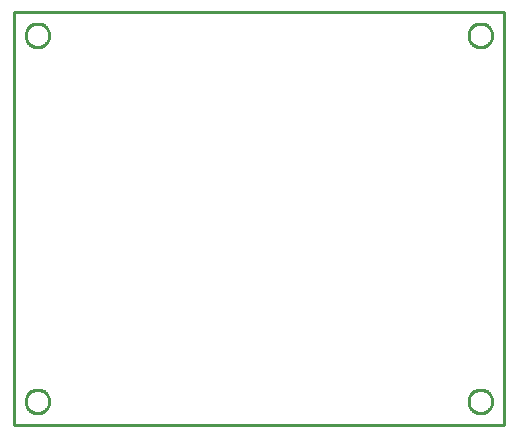
<source format=gbr>
G04 EAGLE Gerber RS-274X export*
G75*
%MOMM*%
%FSLAX34Y34*%
%LPD*%
%IN*%
%IPPOS*%
%AMOC8*
5,1,8,0,0,1.08239X$1,22.5*%
G01*
%ADD10C,0.254000*%


D10*
X0Y0D02*
X415000Y0D01*
X415000Y350000D01*
X0Y350000D01*
X0Y0D01*
X30000Y329563D02*
X29924Y328694D01*
X29772Y327834D01*
X29546Y326990D01*
X29248Y326170D01*
X28879Y325378D01*
X28442Y324622D01*
X27941Y323907D01*
X27380Y323238D01*
X26762Y322620D01*
X26093Y322059D01*
X25378Y321558D01*
X24622Y321121D01*
X23830Y320752D01*
X23010Y320454D01*
X22166Y320228D01*
X21307Y320076D01*
X20437Y320000D01*
X19563Y320000D01*
X18694Y320076D01*
X17834Y320228D01*
X16990Y320454D01*
X16170Y320752D01*
X15378Y321121D01*
X14622Y321558D01*
X13907Y322059D01*
X13238Y322620D01*
X12620Y323238D01*
X12059Y323907D01*
X11558Y324622D01*
X11121Y325378D01*
X10752Y326170D01*
X10454Y326990D01*
X10228Y327834D01*
X10076Y328694D01*
X10000Y329563D01*
X10000Y330437D01*
X10076Y331307D01*
X10228Y332166D01*
X10454Y333010D01*
X10752Y333830D01*
X11121Y334622D01*
X11558Y335378D01*
X12059Y336093D01*
X12620Y336762D01*
X13238Y337380D01*
X13907Y337941D01*
X14622Y338442D01*
X15378Y338879D01*
X16170Y339248D01*
X16990Y339546D01*
X17834Y339772D01*
X18694Y339924D01*
X19563Y340000D01*
X20437Y340000D01*
X21307Y339924D01*
X22166Y339772D01*
X23010Y339546D01*
X23830Y339248D01*
X24622Y338879D01*
X25378Y338442D01*
X26093Y337941D01*
X26762Y337380D01*
X27380Y336762D01*
X27941Y336093D01*
X28442Y335378D01*
X28879Y334622D01*
X29248Y333830D01*
X29546Y333010D01*
X29772Y332166D01*
X29924Y331307D01*
X30000Y330437D01*
X30000Y329563D01*
X405000Y329563D02*
X404924Y328694D01*
X404772Y327834D01*
X404546Y326990D01*
X404248Y326170D01*
X403879Y325378D01*
X403442Y324622D01*
X402941Y323907D01*
X402380Y323238D01*
X401762Y322620D01*
X401093Y322059D01*
X400378Y321558D01*
X399622Y321121D01*
X398830Y320752D01*
X398010Y320454D01*
X397166Y320228D01*
X396307Y320076D01*
X395437Y320000D01*
X394563Y320000D01*
X393694Y320076D01*
X392834Y320228D01*
X391990Y320454D01*
X391170Y320752D01*
X390378Y321121D01*
X389622Y321558D01*
X388907Y322059D01*
X388238Y322620D01*
X387620Y323238D01*
X387059Y323907D01*
X386558Y324622D01*
X386121Y325378D01*
X385752Y326170D01*
X385454Y326990D01*
X385228Y327834D01*
X385076Y328694D01*
X385000Y329563D01*
X385000Y330437D01*
X385076Y331307D01*
X385228Y332166D01*
X385454Y333010D01*
X385752Y333830D01*
X386121Y334622D01*
X386558Y335378D01*
X387059Y336093D01*
X387620Y336762D01*
X388238Y337380D01*
X388907Y337941D01*
X389622Y338442D01*
X390378Y338879D01*
X391170Y339248D01*
X391990Y339546D01*
X392834Y339772D01*
X393694Y339924D01*
X394563Y340000D01*
X395437Y340000D01*
X396307Y339924D01*
X397166Y339772D01*
X398010Y339546D01*
X398830Y339248D01*
X399622Y338879D01*
X400378Y338442D01*
X401093Y337941D01*
X401762Y337380D01*
X402380Y336762D01*
X402941Y336093D01*
X403442Y335378D01*
X403879Y334622D01*
X404248Y333830D01*
X404546Y333010D01*
X404772Y332166D01*
X404924Y331307D01*
X405000Y330437D01*
X405000Y329563D01*
X30000Y19563D02*
X29924Y18694D01*
X29772Y17834D01*
X29546Y16990D01*
X29248Y16170D01*
X28879Y15378D01*
X28442Y14622D01*
X27941Y13907D01*
X27380Y13238D01*
X26762Y12620D01*
X26093Y12059D01*
X25378Y11558D01*
X24622Y11121D01*
X23830Y10752D01*
X23010Y10454D01*
X22166Y10228D01*
X21307Y10076D01*
X20437Y10000D01*
X19563Y10000D01*
X18694Y10076D01*
X17834Y10228D01*
X16990Y10454D01*
X16170Y10752D01*
X15378Y11121D01*
X14622Y11558D01*
X13907Y12059D01*
X13238Y12620D01*
X12620Y13238D01*
X12059Y13907D01*
X11558Y14622D01*
X11121Y15378D01*
X10752Y16170D01*
X10454Y16990D01*
X10228Y17834D01*
X10076Y18694D01*
X10000Y19563D01*
X10000Y20437D01*
X10076Y21307D01*
X10228Y22166D01*
X10454Y23010D01*
X10752Y23830D01*
X11121Y24622D01*
X11558Y25378D01*
X12059Y26093D01*
X12620Y26762D01*
X13238Y27380D01*
X13907Y27941D01*
X14622Y28442D01*
X15378Y28879D01*
X16170Y29248D01*
X16990Y29546D01*
X17834Y29772D01*
X18694Y29924D01*
X19563Y30000D01*
X20437Y30000D01*
X21307Y29924D01*
X22166Y29772D01*
X23010Y29546D01*
X23830Y29248D01*
X24622Y28879D01*
X25378Y28442D01*
X26093Y27941D01*
X26762Y27380D01*
X27380Y26762D01*
X27941Y26093D01*
X28442Y25378D01*
X28879Y24622D01*
X29248Y23830D01*
X29546Y23010D01*
X29772Y22166D01*
X29924Y21307D01*
X30000Y20437D01*
X30000Y19563D01*
X405000Y19563D02*
X404924Y18694D01*
X404772Y17834D01*
X404546Y16990D01*
X404248Y16170D01*
X403879Y15378D01*
X403442Y14622D01*
X402941Y13907D01*
X402380Y13238D01*
X401762Y12620D01*
X401093Y12059D01*
X400378Y11558D01*
X399622Y11121D01*
X398830Y10752D01*
X398010Y10454D01*
X397166Y10228D01*
X396307Y10076D01*
X395437Y10000D01*
X394563Y10000D01*
X393694Y10076D01*
X392834Y10228D01*
X391990Y10454D01*
X391170Y10752D01*
X390378Y11121D01*
X389622Y11558D01*
X388907Y12059D01*
X388238Y12620D01*
X387620Y13238D01*
X387059Y13907D01*
X386558Y14622D01*
X386121Y15378D01*
X385752Y16170D01*
X385454Y16990D01*
X385228Y17834D01*
X385076Y18694D01*
X385000Y19563D01*
X385000Y20437D01*
X385076Y21307D01*
X385228Y22166D01*
X385454Y23010D01*
X385752Y23830D01*
X386121Y24622D01*
X386558Y25378D01*
X387059Y26093D01*
X387620Y26762D01*
X388238Y27380D01*
X388907Y27941D01*
X389622Y28442D01*
X390378Y28879D01*
X391170Y29248D01*
X391990Y29546D01*
X392834Y29772D01*
X393694Y29924D01*
X394563Y30000D01*
X395437Y30000D01*
X396307Y29924D01*
X397166Y29772D01*
X398010Y29546D01*
X398830Y29248D01*
X399622Y28879D01*
X400378Y28442D01*
X401093Y27941D01*
X401762Y27380D01*
X402380Y26762D01*
X402941Y26093D01*
X403442Y25378D01*
X403879Y24622D01*
X404248Y23830D01*
X404546Y23010D01*
X404772Y22166D01*
X404924Y21307D01*
X405000Y20437D01*
X405000Y19563D01*
M02*

</source>
